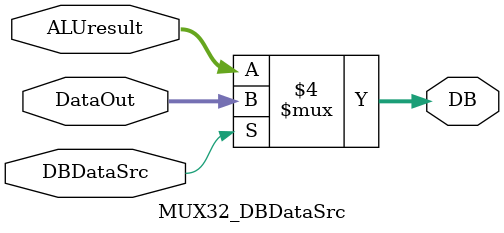
<source format=v>
`timescale 1ns / 1ps

module MUX32_DBDataSrc(
    input [31:0] ALUresult, DataOut,
    input DBDataSrc,
    output reg [31:0] DB
    );
    always @(ALUresult or DataOut or DBDataSrc) begin
            if (DBDataSrc == 1) DB = DataOut;
            else DB = ALUresult;
        end
endmodule

</source>
